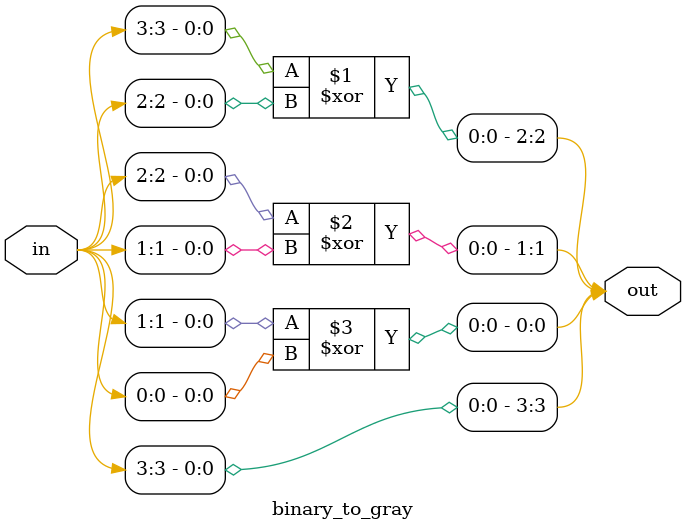
<source format=v>
`timescale 1ns / 1ps
module binary_to_gray(
    input [3:0] in,
    output [3:0] out
    );
    assign out[3] = in[3];
    assign out[2] = in[3]^in[2];
    assign out[1] = in[2]^in[1];
    assign out[0] = in[1]^in[0];
endmodule

</source>
